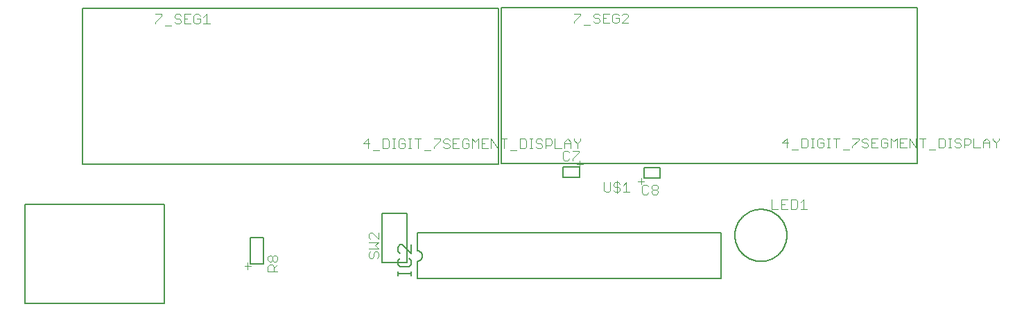
<source format=gbr>
G04 EAGLE Gerber RS-274X export*
G75*
%MOMM*%
%FSLAX34Y34*%
%LPD*%
%INSilkscreen Top*%
%IPPOS*%
%AMOC8*
5,1,8,0,0,1.08239X$1,22.5*%
G01*
%ADD10C,0.127000*%
%ADD11C,0.101600*%
%ADD12C,0.152400*%
%ADD13C,0.177800*%


D10*
X141129Y800695D02*
X649129Y800695D01*
X649129Y610195D01*
X141129Y610195D01*
X141129Y800695D01*
D11*
X230537Y793847D02*
X238333Y793847D01*
X238333Y791898D01*
X230537Y784102D01*
X230537Y782153D01*
X242231Y780204D02*
X250027Y780204D01*
X261721Y791898D02*
X259772Y793847D01*
X255874Y793847D01*
X253925Y791898D01*
X253925Y789949D01*
X255874Y788000D01*
X259772Y788000D01*
X261721Y786051D01*
X261721Y784102D01*
X259772Y782153D01*
X255874Y782153D01*
X253925Y784102D01*
X265619Y793847D02*
X273415Y793847D01*
X265619Y793847D02*
X265619Y782153D01*
X273415Y782153D01*
X269517Y788000D02*
X265619Y788000D01*
X283160Y793847D02*
X285109Y791898D01*
X283160Y793847D02*
X279262Y793847D01*
X277313Y791898D01*
X277313Y784102D01*
X279262Y782153D01*
X283160Y782153D01*
X285109Y784102D01*
X285109Y788000D01*
X281211Y788000D01*
X289007Y789949D02*
X292905Y793847D01*
X292905Y782153D01*
X289007Y782153D02*
X296803Y782153D01*
X490384Y641447D02*
X490384Y629753D01*
X484537Y635600D02*
X490384Y641447D01*
X492333Y635600D02*
X484537Y635600D01*
X496231Y627804D02*
X504027Y627804D01*
X507925Y629753D02*
X507925Y641447D01*
X507925Y629753D02*
X513772Y629753D01*
X515721Y631702D01*
X515721Y639498D01*
X513772Y641447D01*
X507925Y641447D01*
X519619Y629753D02*
X523517Y629753D01*
X521568Y629753D02*
X521568Y641447D01*
X519619Y641447D02*
X523517Y641447D01*
X533262Y641447D02*
X535211Y639498D01*
X533262Y641447D02*
X529364Y641447D01*
X527415Y639498D01*
X527415Y631702D01*
X529364Y629753D01*
X533262Y629753D01*
X535211Y631702D01*
X535211Y635600D01*
X531313Y635600D01*
X539109Y629753D02*
X543007Y629753D01*
X541058Y629753D02*
X541058Y641447D01*
X539109Y641447D02*
X543007Y641447D01*
X550803Y641447D02*
X550803Y629753D01*
X546905Y641447D02*
X554701Y641447D01*
X558599Y627804D02*
X566395Y627804D01*
X570293Y641447D02*
X578089Y641447D01*
X578089Y639498D01*
X570293Y631702D01*
X570293Y629753D01*
X587834Y641447D02*
X589783Y639498D01*
X587834Y641447D02*
X583936Y641447D01*
X581987Y639498D01*
X581987Y637549D01*
X583936Y635600D01*
X587834Y635600D01*
X589783Y633651D01*
X589783Y631702D01*
X587834Y629753D01*
X583936Y629753D01*
X581987Y631702D01*
X593681Y641447D02*
X601477Y641447D01*
X593681Y641447D02*
X593681Y629753D01*
X601477Y629753D01*
X597579Y635600D02*
X593681Y635600D01*
X611222Y641447D02*
X613171Y639498D01*
X611222Y641447D02*
X607324Y641447D01*
X605375Y639498D01*
X605375Y631702D01*
X607324Y629753D01*
X611222Y629753D01*
X613171Y631702D01*
X613171Y635600D01*
X609273Y635600D01*
X617069Y629753D02*
X617069Y641447D01*
X620967Y637549D01*
X624865Y641447D01*
X624865Y629753D01*
X628763Y641447D02*
X636559Y641447D01*
X628763Y641447D02*
X628763Y629753D01*
X636559Y629753D01*
X632661Y635600D02*
X628763Y635600D01*
X640457Y629753D02*
X640457Y641447D01*
X648253Y629753D01*
X648253Y641447D01*
X656049Y641447D02*
X656049Y629753D01*
X652151Y641447D02*
X659947Y641447D01*
X663845Y627804D02*
X671640Y627804D01*
X675538Y629753D02*
X675538Y641447D01*
X675538Y629753D02*
X681385Y629753D01*
X683334Y631702D01*
X683334Y639498D01*
X681385Y641447D01*
X675538Y641447D01*
X687232Y629753D02*
X691130Y629753D01*
X689181Y629753D02*
X689181Y641447D01*
X687232Y641447D02*
X691130Y641447D01*
X700875Y641447D02*
X702824Y639498D01*
X700875Y641447D02*
X696977Y641447D01*
X695028Y639498D01*
X695028Y637549D01*
X696977Y635600D01*
X700875Y635600D01*
X702824Y633651D01*
X702824Y631702D01*
X700875Y629753D01*
X696977Y629753D01*
X695028Y631702D01*
X706722Y629753D02*
X706722Y641447D01*
X712569Y641447D01*
X714518Y639498D01*
X714518Y635600D01*
X712569Y633651D01*
X706722Y633651D01*
X718416Y629753D02*
X718416Y641447D01*
X718416Y629753D02*
X726212Y629753D01*
X730110Y629753D02*
X730110Y637549D01*
X734008Y641447D01*
X737906Y637549D01*
X737906Y629753D01*
X737906Y635600D02*
X730110Y635600D01*
X741804Y639498D02*
X741804Y641447D01*
X741804Y639498D02*
X745702Y635600D01*
X749600Y639498D01*
X749600Y641447D01*
X745702Y635600D02*
X745702Y629753D01*
D10*
X652407Y801441D02*
X1160407Y801441D01*
X1160407Y610941D01*
X652407Y610941D01*
X652407Y801441D01*
D11*
X741815Y794593D02*
X749611Y794593D01*
X749611Y792644D01*
X741815Y784848D01*
X741815Y782899D01*
X753509Y780950D02*
X761305Y780950D01*
X772999Y792644D02*
X771050Y794593D01*
X767152Y794593D01*
X765203Y792644D01*
X765203Y790695D01*
X767152Y788746D01*
X771050Y788746D01*
X772999Y786797D01*
X772999Y784848D01*
X771050Y782899D01*
X767152Y782899D01*
X765203Y784848D01*
X776897Y794593D02*
X784693Y794593D01*
X776897Y794593D02*
X776897Y782899D01*
X784693Y782899D01*
X780795Y788746D02*
X776897Y788746D01*
X794438Y794593D02*
X796387Y792644D01*
X794438Y794593D02*
X790540Y794593D01*
X788591Y792644D01*
X788591Y784848D01*
X790540Y782899D01*
X794438Y782899D01*
X796387Y784848D01*
X796387Y788746D01*
X792489Y788746D01*
X800285Y782899D02*
X808081Y782899D01*
X800285Y782899D02*
X808081Y790695D01*
X808081Y792644D01*
X806132Y794593D01*
X802234Y794593D01*
X800285Y792644D01*
X1001662Y642193D02*
X1001662Y630499D01*
X995815Y636346D02*
X1001662Y642193D01*
X1003611Y636346D02*
X995815Y636346D01*
X1007509Y628550D02*
X1015305Y628550D01*
X1019203Y630499D02*
X1019203Y642193D01*
X1019203Y630499D02*
X1025050Y630499D01*
X1026999Y632448D01*
X1026999Y640244D01*
X1025050Y642193D01*
X1019203Y642193D01*
X1030897Y630499D02*
X1034795Y630499D01*
X1032846Y630499D02*
X1032846Y642193D01*
X1030897Y642193D02*
X1034795Y642193D01*
X1044540Y642193D02*
X1046489Y640244D01*
X1044540Y642193D02*
X1040642Y642193D01*
X1038693Y640244D01*
X1038693Y632448D01*
X1040642Y630499D01*
X1044540Y630499D01*
X1046489Y632448D01*
X1046489Y636346D01*
X1042591Y636346D01*
X1050387Y630499D02*
X1054285Y630499D01*
X1052336Y630499D02*
X1052336Y642193D01*
X1050387Y642193D02*
X1054285Y642193D01*
X1062081Y642193D02*
X1062081Y630499D01*
X1058183Y642193D02*
X1065979Y642193D01*
X1069877Y628550D02*
X1077673Y628550D01*
X1081571Y642193D02*
X1089367Y642193D01*
X1089367Y640244D01*
X1081571Y632448D01*
X1081571Y630499D01*
X1099112Y642193D02*
X1101061Y640244D01*
X1099112Y642193D02*
X1095214Y642193D01*
X1093265Y640244D01*
X1093265Y638295D01*
X1095214Y636346D01*
X1099112Y636346D01*
X1101061Y634397D01*
X1101061Y632448D01*
X1099112Y630499D01*
X1095214Y630499D01*
X1093265Y632448D01*
X1104959Y642193D02*
X1112755Y642193D01*
X1104959Y642193D02*
X1104959Y630499D01*
X1112755Y630499D01*
X1108857Y636346D02*
X1104959Y636346D01*
X1122500Y642193D02*
X1124449Y640244D01*
X1122500Y642193D02*
X1118602Y642193D01*
X1116653Y640244D01*
X1116653Y632448D01*
X1118602Y630499D01*
X1122500Y630499D01*
X1124449Y632448D01*
X1124449Y636346D01*
X1120551Y636346D01*
X1128347Y630499D02*
X1128347Y642193D01*
X1132245Y638295D01*
X1136143Y642193D01*
X1136143Y630499D01*
X1140041Y642193D02*
X1147837Y642193D01*
X1140041Y642193D02*
X1140041Y630499D01*
X1147837Y630499D01*
X1143939Y636346D02*
X1140041Y636346D01*
X1151735Y630499D02*
X1151735Y642193D01*
X1159531Y630499D01*
X1159531Y642193D01*
X1167327Y642193D02*
X1167327Y630499D01*
X1163429Y642193D02*
X1171225Y642193D01*
X1175123Y628550D02*
X1182918Y628550D01*
X1186816Y630499D02*
X1186816Y642193D01*
X1186816Y630499D02*
X1192663Y630499D01*
X1194612Y632448D01*
X1194612Y640244D01*
X1192663Y642193D01*
X1186816Y642193D01*
X1198510Y630499D02*
X1202408Y630499D01*
X1200459Y630499D02*
X1200459Y642193D01*
X1198510Y642193D02*
X1202408Y642193D01*
X1212153Y642193D02*
X1214102Y640244D01*
X1212153Y642193D02*
X1208255Y642193D01*
X1206306Y640244D01*
X1206306Y638295D01*
X1208255Y636346D01*
X1212153Y636346D01*
X1214102Y634397D01*
X1214102Y632448D01*
X1212153Y630499D01*
X1208255Y630499D01*
X1206306Y632448D01*
X1218000Y630499D02*
X1218000Y642193D01*
X1223847Y642193D01*
X1225796Y640244D01*
X1225796Y636346D01*
X1223847Y634397D01*
X1218000Y634397D01*
X1229694Y630499D02*
X1229694Y642193D01*
X1229694Y630499D02*
X1237490Y630499D01*
X1241388Y630499D02*
X1241388Y638295D01*
X1245286Y642193D01*
X1249184Y638295D01*
X1249184Y630499D01*
X1249184Y636346D02*
X1241388Y636346D01*
X1253082Y640244D02*
X1253082Y642193D01*
X1253082Y640244D02*
X1256980Y636346D01*
X1260878Y640244D01*
X1260878Y642193D01*
X1256980Y636346D02*
X1256980Y630499D01*
D12*
X550080Y492150D02*
X550080Y470560D01*
X550080Y492150D02*
X550238Y492152D01*
X550397Y492158D01*
X550555Y492168D01*
X550712Y492182D01*
X550870Y492199D01*
X551026Y492221D01*
X551183Y492246D01*
X551338Y492276D01*
X551493Y492309D01*
X551647Y492346D01*
X551800Y492387D01*
X551952Y492432D01*
X552102Y492481D01*
X552252Y492533D01*
X552400Y492589D01*
X552547Y492649D01*
X552692Y492712D01*
X552835Y492779D01*
X552977Y492849D01*
X553117Y492923D01*
X553255Y493001D01*
X553391Y493082D01*
X553525Y493166D01*
X553657Y493253D01*
X553787Y493344D01*
X553914Y493438D01*
X554039Y493535D01*
X554162Y493636D01*
X554282Y493739D01*
X554399Y493845D01*
X554514Y493954D01*
X554626Y494066D01*
X554735Y494181D01*
X554841Y494298D01*
X554944Y494418D01*
X555045Y494541D01*
X555142Y494666D01*
X555236Y494793D01*
X555327Y494923D01*
X555414Y495055D01*
X555498Y495189D01*
X555579Y495325D01*
X555657Y495463D01*
X555731Y495603D01*
X555801Y495745D01*
X555868Y495888D01*
X555931Y496033D01*
X555991Y496180D01*
X556047Y496328D01*
X556099Y496478D01*
X556148Y496628D01*
X556193Y496780D01*
X556234Y496933D01*
X556271Y497087D01*
X556304Y497242D01*
X556334Y497397D01*
X556359Y497554D01*
X556381Y497710D01*
X556398Y497868D01*
X556412Y498025D01*
X556422Y498183D01*
X556428Y498342D01*
X556430Y498500D01*
X556428Y498658D01*
X556422Y498817D01*
X556412Y498975D01*
X556398Y499132D01*
X556381Y499290D01*
X556359Y499446D01*
X556334Y499603D01*
X556304Y499758D01*
X556271Y499913D01*
X556234Y500067D01*
X556193Y500220D01*
X556148Y500372D01*
X556099Y500522D01*
X556047Y500672D01*
X555991Y500820D01*
X555931Y500967D01*
X555868Y501112D01*
X555801Y501255D01*
X555731Y501397D01*
X555657Y501537D01*
X555579Y501675D01*
X555498Y501811D01*
X555414Y501945D01*
X555327Y502077D01*
X555236Y502207D01*
X555142Y502334D01*
X555045Y502459D01*
X554944Y502582D01*
X554841Y502702D01*
X554735Y502819D01*
X554626Y502934D01*
X554514Y503046D01*
X554399Y503155D01*
X554282Y503261D01*
X554162Y503364D01*
X554039Y503465D01*
X553914Y503562D01*
X553787Y503656D01*
X553657Y503747D01*
X553525Y503834D01*
X553391Y503918D01*
X553255Y503999D01*
X553117Y504077D01*
X552977Y504151D01*
X552835Y504221D01*
X552692Y504288D01*
X552547Y504351D01*
X552400Y504411D01*
X552252Y504467D01*
X552102Y504519D01*
X551952Y504568D01*
X551800Y504613D01*
X551647Y504654D01*
X551493Y504691D01*
X551338Y504724D01*
X551183Y504754D01*
X551026Y504779D01*
X550870Y504801D01*
X550712Y504818D01*
X550555Y504832D01*
X550397Y504842D01*
X550238Y504848D01*
X550080Y504850D01*
X550080Y470560D02*
X920920Y470560D01*
X550080Y504850D02*
X550080Y526440D01*
X920920Y526440D01*
X920920Y470560D01*
D13*
X542587Y473989D02*
X542587Y479328D01*
X542587Y476658D02*
X526571Y476658D01*
X526571Y473989D02*
X526571Y479328D01*
X526571Y492911D02*
X529241Y495581D01*
X526571Y492911D02*
X526571Y487573D01*
X529241Y484903D01*
X539918Y484903D01*
X542587Y487573D01*
X542587Y492911D01*
X539918Y495581D01*
X542587Y501275D02*
X542587Y511952D01*
X542587Y501275D02*
X531910Y511952D01*
X529241Y511952D01*
X526571Y509283D01*
X526571Y503944D01*
X529241Y501275D01*
D10*
X938150Y523500D02*
X938160Y524279D01*
X938188Y525058D01*
X938236Y525836D01*
X938303Y526612D01*
X938389Y527387D01*
X938494Y528159D01*
X938617Y528928D01*
X938760Y529694D01*
X938921Y530456D01*
X939102Y531215D01*
X939300Y531968D01*
X939517Y532717D01*
X939752Y533459D01*
X940006Y534196D01*
X940277Y534927D01*
X940567Y535650D01*
X940874Y536366D01*
X941198Y537075D01*
X941540Y537775D01*
X941899Y538467D01*
X942275Y539150D01*
X942667Y539823D01*
X943076Y540486D01*
X943501Y541139D01*
X943942Y541782D01*
X944398Y542413D01*
X944870Y543034D01*
X945357Y543642D01*
X945859Y544238D01*
X946375Y544822D01*
X946905Y545393D01*
X947449Y545951D01*
X948007Y546495D01*
X948578Y547025D01*
X949162Y547541D01*
X949758Y548043D01*
X950366Y548530D01*
X950987Y549002D01*
X951618Y549458D01*
X952261Y549899D01*
X952914Y550324D01*
X953577Y550733D01*
X954250Y551125D01*
X954933Y551501D01*
X955625Y551860D01*
X956325Y552202D01*
X957034Y552526D01*
X957750Y552833D01*
X958473Y553123D01*
X959204Y553394D01*
X959941Y553648D01*
X960683Y553883D01*
X961432Y554100D01*
X962185Y554298D01*
X962944Y554479D01*
X963706Y554640D01*
X964472Y554783D01*
X965241Y554906D01*
X966013Y555011D01*
X966788Y555097D01*
X967564Y555164D01*
X968342Y555212D01*
X969121Y555240D01*
X969900Y555250D01*
X970679Y555240D01*
X971458Y555212D01*
X972236Y555164D01*
X973012Y555097D01*
X973787Y555011D01*
X974559Y554906D01*
X975328Y554783D01*
X976094Y554640D01*
X976856Y554479D01*
X977615Y554298D01*
X978368Y554100D01*
X979117Y553883D01*
X979859Y553648D01*
X980596Y553394D01*
X981327Y553123D01*
X982050Y552833D01*
X982766Y552526D01*
X983475Y552202D01*
X984175Y551860D01*
X984867Y551501D01*
X985550Y551125D01*
X986223Y550733D01*
X986886Y550324D01*
X987539Y549899D01*
X988182Y549458D01*
X988813Y549002D01*
X989434Y548530D01*
X990042Y548043D01*
X990638Y547541D01*
X991222Y547025D01*
X991793Y546495D01*
X992351Y545951D01*
X992895Y545393D01*
X993425Y544822D01*
X993941Y544238D01*
X994443Y543642D01*
X994930Y543034D01*
X995402Y542413D01*
X995858Y541782D01*
X996299Y541139D01*
X996724Y540486D01*
X997133Y539823D01*
X997525Y539150D01*
X997901Y538467D01*
X998260Y537775D01*
X998602Y537075D01*
X998926Y536366D01*
X999233Y535650D01*
X999523Y534927D01*
X999794Y534196D01*
X1000048Y533459D01*
X1000283Y532717D01*
X1000500Y531968D01*
X1000698Y531215D01*
X1000879Y530456D01*
X1001040Y529694D01*
X1001183Y528928D01*
X1001306Y528159D01*
X1001411Y527387D01*
X1001497Y526612D01*
X1001564Y525836D01*
X1001612Y525058D01*
X1001640Y524279D01*
X1001650Y523500D01*
X1001640Y522721D01*
X1001612Y521942D01*
X1001564Y521164D01*
X1001497Y520388D01*
X1001411Y519613D01*
X1001306Y518841D01*
X1001183Y518072D01*
X1001040Y517306D01*
X1000879Y516544D01*
X1000698Y515785D01*
X1000500Y515032D01*
X1000283Y514283D01*
X1000048Y513541D01*
X999794Y512804D01*
X999523Y512073D01*
X999233Y511350D01*
X998926Y510634D01*
X998602Y509925D01*
X998260Y509225D01*
X997901Y508533D01*
X997525Y507850D01*
X997133Y507177D01*
X996724Y506514D01*
X996299Y505861D01*
X995858Y505218D01*
X995402Y504587D01*
X994930Y503966D01*
X994443Y503358D01*
X993941Y502762D01*
X993425Y502178D01*
X992895Y501607D01*
X992351Y501049D01*
X991793Y500505D01*
X991222Y499975D01*
X990638Y499459D01*
X990042Y498957D01*
X989434Y498470D01*
X988813Y497998D01*
X988182Y497542D01*
X987539Y497101D01*
X986886Y496676D01*
X986223Y496267D01*
X985550Y495875D01*
X984867Y495499D01*
X984175Y495140D01*
X983475Y494798D01*
X982766Y494474D01*
X982050Y494167D01*
X981327Y493877D01*
X980596Y493606D01*
X979859Y493352D01*
X979117Y493117D01*
X978368Y492900D01*
X977615Y492702D01*
X976856Y492521D01*
X976094Y492360D01*
X975328Y492217D01*
X974559Y492094D01*
X973787Y491989D01*
X973012Y491903D01*
X972236Y491836D01*
X971458Y491788D01*
X970679Y491760D01*
X969900Y491750D01*
X969121Y491760D01*
X968342Y491788D01*
X967564Y491836D01*
X966788Y491903D01*
X966013Y491989D01*
X965241Y492094D01*
X964472Y492217D01*
X963706Y492360D01*
X962944Y492521D01*
X962185Y492702D01*
X961432Y492900D01*
X960683Y493117D01*
X959941Y493352D01*
X959204Y493606D01*
X958473Y493877D01*
X957750Y494167D01*
X957034Y494474D01*
X956325Y494798D01*
X955625Y495140D01*
X954933Y495499D01*
X954250Y495875D01*
X953577Y496267D01*
X952914Y496676D01*
X952261Y497101D01*
X951618Y497542D01*
X950987Y497998D01*
X950366Y498470D01*
X949758Y498957D01*
X949162Y499459D01*
X948578Y499975D01*
X948007Y500505D01*
X947449Y501049D01*
X946905Y501607D01*
X946375Y502178D01*
X945859Y502762D01*
X945357Y503358D01*
X944870Y503966D01*
X944398Y504587D01*
X943942Y505218D01*
X943501Y505861D01*
X943076Y506514D01*
X942667Y507177D01*
X942275Y507850D01*
X941899Y508533D01*
X941540Y509225D01*
X941198Y509925D01*
X940874Y510634D01*
X940567Y511350D01*
X940277Y512073D01*
X940006Y512804D01*
X939752Y513541D01*
X939517Y514283D01*
X939300Y515032D01*
X939102Y515785D01*
X938921Y516544D01*
X938760Y517306D01*
X938617Y518072D01*
X938494Y518841D01*
X938389Y519613D01*
X938303Y520388D01*
X938236Y521164D01*
X938188Y521942D01*
X938160Y522721D01*
X938150Y523500D01*
D11*
X983108Y555758D02*
X983108Y567452D01*
X983108Y555758D02*
X990904Y555758D01*
X994802Y567452D02*
X1002598Y567452D01*
X994802Y567452D02*
X994802Y555758D01*
X1002598Y555758D01*
X998700Y561605D02*
X994802Y561605D01*
X1006496Y567452D02*
X1006496Y555758D01*
X1012343Y555758D01*
X1014292Y557707D01*
X1014292Y565503D01*
X1012343Y567452D01*
X1006496Y567452D01*
X1018190Y563554D02*
X1022088Y567452D01*
X1022088Y555758D01*
X1018190Y555758D02*
X1025986Y555758D01*
D10*
X362500Y520500D02*
X346500Y520500D01*
X346500Y488500D01*
X362500Y488500D01*
X362500Y520500D01*
D11*
X343065Y489944D02*
X343065Y482148D01*
X339167Y486046D02*
X346963Y486046D01*
X367698Y479608D02*
X379392Y479608D01*
X367698Y479608D02*
X367698Y485455D01*
X369647Y487404D01*
X373545Y487404D01*
X375494Y485455D01*
X375494Y479608D01*
X375494Y483506D02*
X379392Y487404D01*
X369647Y491302D02*
X367698Y493251D01*
X367698Y497149D01*
X369647Y499098D01*
X371596Y499098D01*
X373545Y497149D01*
X375494Y499098D01*
X377443Y499098D01*
X379392Y497149D01*
X379392Y493251D01*
X377443Y491302D01*
X375494Y491302D01*
X373545Y493251D01*
X371596Y491302D01*
X369647Y491302D01*
X373545Y493251D02*
X373545Y497149D01*
D10*
X241000Y561100D02*
X71100Y561100D01*
X241000Y561100D02*
X241000Y440700D01*
X71100Y440700D01*
X71100Y561100D01*
X507500Y490500D02*
X537500Y490500D01*
X507500Y490500D02*
X507500Y550500D01*
X537500Y550500D01*
X537500Y490500D01*
D11*
X493097Y503504D02*
X491148Y501555D01*
X491148Y497657D01*
X493097Y495708D01*
X495046Y495708D01*
X496995Y497657D01*
X496995Y501555D01*
X498944Y503504D01*
X500893Y503504D01*
X502842Y501555D01*
X502842Y497657D01*
X500893Y495708D01*
X502842Y507402D02*
X491148Y507402D01*
X498944Y511300D02*
X502842Y507402D01*
X498944Y511300D02*
X502842Y515198D01*
X491148Y515198D01*
X502842Y519096D02*
X502842Y526892D01*
X502842Y519096D02*
X495046Y526892D01*
X493097Y526892D01*
X491148Y524943D01*
X491148Y521045D01*
X493097Y519096D01*
X778326Y578557D02*
X778326Y588302D01*
X778326Y578557D02*
X780275Y576608D01*
X784173Y576608D01*
X786122Y578557D01*
X786122Y588302D01*
X790020Y578557D02*
X791969Y576608D01*
X795867Y576608D01*
X797816Y578557D01*
X797816Y580506D01*
X795867Y582455D01*
X791969Y582455D01*
X790020Y584404D01*
X790020Y586353D01*
X791969Y588302D01*
X795867Y588302D01*
X797816Y586353D01*
X793918Y590251D02*
X793918Y574659D01*
X801714Y584404D02*
X805612Y588302D01*
X805612Y576608D01*
X801714Y576608D02*
X809510Y576608D01*
D10*
X728250Y594350D02*
X728250Y606850D01*
X728250Y594350D02*
X748250Y594350D01*
X748250Y606850D01*
X728250Y606850D01*
D11*
X744844Y610745D02*
X752640Y610745D01*
X748742Y614643D02*
X748742Y606847D01*
X735866Y624803D02*
X733917Y626752D01*
X730019Y626752D01*
X728070Y624803D01*
X728070Y617007D01*
X730019Y615058D01*
X733917Y615058D01*
X735866Y617007D01*
X739764Y626752D02*
X747560Y626752D01*
X747560Y624803D01*
X739764Y617007D01*
X739764Y615058D01*
D10*
X846950Y605850D02*
X846950Y593350D01*
X846950Y605850D02*
X826950Y605850D01*
X826950Y593350D01*
X846950Y593350D01*
D11*
X827474Y589465D02*
X819678Y589465D01*
X823576Y593363D02*
X823576Y585567D01*
X830605Y585152D02*
X832554Y583203D01*
X830605Y585152D02*
X826707Y585152D01*
X824758Y583203D01*
X824758Y575407D01*
X826707Y573458D01*
X830605Y573458D01*
X832554Y575407D01*
X836452Y583203D02*
X838401Y585152D01*
X842299Y585152D01*
X844248Y583203D01*
X844248Y581254D01*
X842299Y579305D01*
X844248Y577356D01*
X844248Y575407D01*
X842299Y573458D01*
X838401Y573458D01*
X836452Y575407D01*
X836452Y577356D01*
X838401Y579305D01*
X836452Y581254D01*
X836452Y583203D01*
X838401Y579305D02*
X842299Y579305D01*
M02*

</source>
